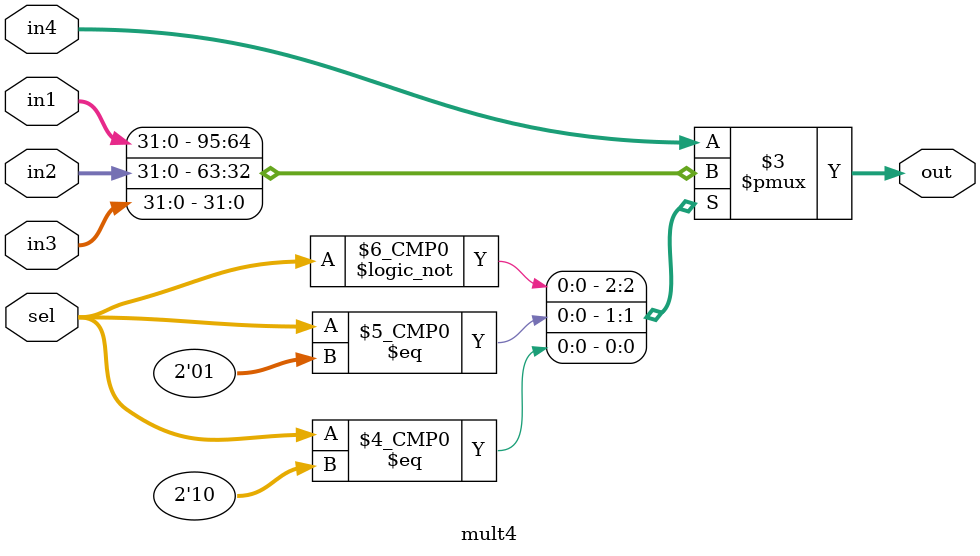
<source format=v>


module mult4 (in1, in2, in3, in4, sel, out);
    input [31:0] in1, in2, in3, in4; 
    input [1:0] sel;
    output reg [31:0] out;
    always @(in1, in2, in3, in4, sel)
    case (sel)
        0: out = in1;
        1: out = in2;
        2: out = in3;
        default: out = in4;
	endcase
endmodule		


</source>
